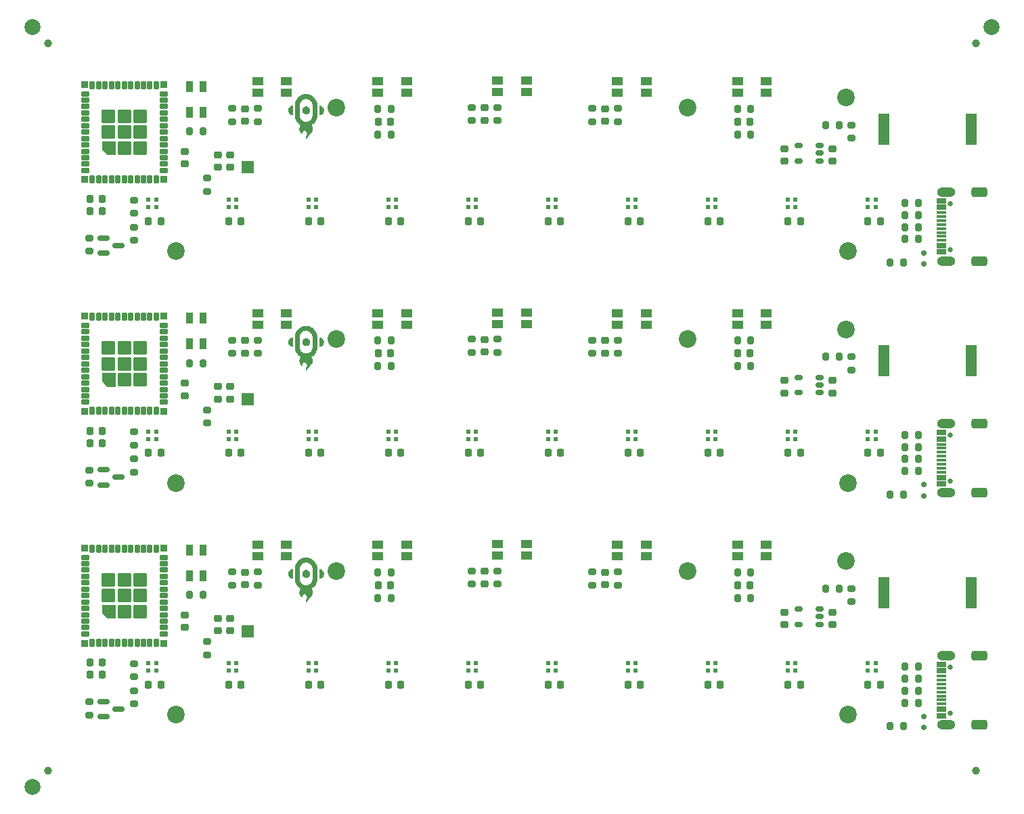
<source format=gbr>
%TF.GenerationSoftware,KiCad,Pcbnew,9.0.1*%
%TF.CreationDate,2025-12-04T09:13:59-06:00*%
%TF.ProjectId,focus_bar_panel_v1,666f6375-735f-4626-9172-5f70616e656c,rev?*%
%TF.SameCoordinates,Original*%
%TF.FileFunction,Soldermask,Top*%
%TF.FilePolarity,Negative*%
%FSLAX46Y46*%
G04 Gerber Fmt 4.6, Leading zero omitted, Abs format (unit mm)*
G04 Created by KiCad (PCBNEW 9.0.1) date 2025-12-04 09:13:59*
%MOMM*%
%LPD*%
G01*
G04 APERTURE LIST*
G04 Aperture macros list*
%AMRoundRect*
0 Rectangle with rounded corners*
0 $1 Rounding radius*
0 $2 $3 $4 $5 $6 $7 $8 $9 X,Y pos of 4 corners*
0 Add a 4 corners polygon primitive as box body*
4,1,4,$2,$3,$4,$5,$6,$7,$8,$9,$2,$3,0*
0 Add four circle primitives for the rounded corners*
1,1,$1+$1,$2,$3*
1,1,$1+$1,$4,$5*
1,1,$1+$1,$6,$7*
1,1,$1+$1,$8,$9*
0 Add four rect primitives between the rounded corners*
20,1,$1+$1,$2,$3,$4,$5,0*
20,1,$1+$1,$4,$5,$6,$7,0*
20,1,$1+$1,$6,$7,$8,$9,0*
20,1,$1+$1,$8,$9,$2,$3,0*%
G04 Aperture macros list end*
%ADD10C,0.000000*%
%ADD11C,0.010000*%
%ADD12RoundRect,0.200000X0.200000X0.275000X-0.200000X0.275000X-0.200000X-0.275000X0.200000X-0.275000X0*%
%ADD13RoundRect,0.200000X0.275000X-0.200000X0.275000X0.200000X-0.275000X0.200000X-0.275000X-0.200000X0*%
%ADD14R,1.400000X1.050000*%
%ADD15RoundRect,0.225000X-0.225000X-0.250000X0.225000X-0.250000X0.225000X0.250000X-0.225000X0.250000X0*%
%ADD16RoundRect,0.225000X0.250000X-0.225000X0.250000X0.225000X-0.250000X0.225000X-0.250000X-0.225000X0*%
%ADD17R,0.558800X0.558800*%
%ADD18C,2.200000*%
%ADD19RoundRect,0.200000X-0.200000X-0.275000X0.200000X-0.275000X0.200000X0.275000X-0.200000X0.275000X0*%
%ADD20R,0.812800X1.422400*%
%ADD21C,2.000000*%
%ADD22RoundRect,0.225000X-0.250000X0.225000X-0.250000X-0.225000X0.250000X-0.225000X0.250000X0.225000X0*%
%ADD23RoundRect,0.150000X0.200000X-0.150000X0.200000X0.150000X-0.200000X0.150000X-0.200000X-0.150000X0*%
%ADD24RoundRect,0.225000X0.225000X0.250000X-0.225000X0.250000X-0.225000X-0.250000X0.225000X-0.250000X0*%
%ADD25C,1.000000*%
%ADD26RoundRect,0.102000X0.200000X-0.400000X0.200000X0.400000X-0.200000X0.400000X-0.200000X-0.400000X0*%
%ADD27RoundRect,0.102000X0.400000X-0.200000X0.400000X0.200000X-0.400000X0.200000X-0.400000X-0.200000X0*%
%ADD28RoundRect,0.102000X0.725000X-0.725000X0.725000X0.725000X-0.725000X0.725000X-0.725000X-0.725000X0*%
%ADD29RoundRect,0.102000X0.350000X-0.350000X0.350000X0.350000X-0.350000X0.350000X-0.350000X-0.350000X0*%
%ADD30C,0.650000*%
%ADD31RoundRect,0.025400X0.575000X-0.300000X0.575000X0.300000X-0.575000X0.300000X-0.575000X-0.300000X0*%
%ADD32RoundRect,0.025400X0.575000X-0.150000X0.575000X0.150000X-0.575000X0.150000X-0.575000X-0.150000X0*%
%ADD33O,2.304000X1.204000*%
%ADD34RoundRect,0.301000X0.701000X-0.301000X0.701000X0.301000X-0.701000X0.301000X-0.701000X-0.301000X0*%
%ADD35RoundRect,0.200000X-0.275000X0.200000X-0.275000X-0.200000X0.275000X-0.200000X0.275000X0.200000X0*%
%ADD36R,1.450000X4.000000*%
%ADD37RoundRect,0.175000X0.325000X-0.175000X0.325000X0.175000X-0.325000X0.175000X-0.325000X-0.175000X0*%
%ADD38RoundRect,0.150000X-0.587500X-0.150000X0.587500X-0.150000X0.587500X0.150000X-0.587500X0.150000X0*%
%ADD39R,1.500000X1.500000*%
G04 APERTURE END LIST*
D10*
%TO.C,G\u002A\u002A\u002A*%
G36*
X121104666Y-59972975D02*
G01*
X121069034Y-59972270D01*
X121041777Y-59970275D01*
X121008459Y-59965856D01*
X120984643Y-59961602D01*
X120893158Y-59935534D01*
X120808784Y-59896517D01*
X120732413Y-59845254D01*
X120664932Y-59782446D01*
X120607232Y-59708796D01*
X120561251Y-59627241D01*
X120535493Y-59565078D01*
X120518607Y-59504556D01*
X120508896Y-59438976D01*
X120506811Y-59412570D01*
X120508122Y-59319139D01*
X120523703Y-59228446D01*
X120552883Y-59141882D01*
X120594990Y-59060836D01*
X120649353Y-58986698D01*
X120715299Y-58920859D01*
X120761915Y-58884671D01*
X120823754Y-58847314D01*
X120891666Y-58816866D01*
X120961463Y-58794766D01*
X121028953Y-58782457D01*
X121065284Y-58780371D01*
X121104666Y-58780240D01*
X121104666Y-59972975D01*
G37*
G36*
X124422194Y-58780293D02*
G01*
X124458240Y-58783172D01*
X124502430Y-58790874D01*
X124549202Y-58802112D01*
X124592996Y-58815603D01*
X124619108Y-58825789D01*
X124658589Y-58845803D01*
X124702847Y-58872361D01*
X124746024Y-58901675D01*
X124782260Y-58929956D01*
X124787991Y-58935003D01*
X124847102Y-58998190D01*
X124896489Y-59071079D01*
X124935269Y-59151248D01*
X124962556Y-59236278D01*
X124977468Y-59323748D01*
X124979121Y-59411236D01*
X124975499Y-59448523D01*
X124955814Y-59541426D01*
X124923122Y-59628174D01*
X124878417Y-59707692D01*
X124822694Y-59778907D01*
X124756946Y-59840746D01*
X124682168Y-59892135D01*
X124599353Y-59932000D01*
X124509497Y-59959269D01*
X124500804Y-59961129D01*
X124468401Y-59966995D01*
X124437360Y-59971232D01*
X124414115Y-59972969D01*
X124413134Y-59972975D01*
X124382812Y-59972975D01*
X124382812Y-58780240D01*
X124422194Y-58780293D01*
G37*
G36*
X122743739Y-58889485D02*
G01*
X122787013Y-58889890D01*
X122819083Y-58891055D01*
X122843747Y-58893489D01*
X122864804Y-58897700D01*
X122886050Y-58904196D01*
X122904863Y-58911050D01*
X122981955Y-58947591D01*
X123051464Y-58995543D01*
X123111911Y-59053350D01*
X123161811Y-59119453D01*
X123199683Y-59192295D01*
X123215794Y-59237830D01*
X123229601Y-59307178D01*
X123232964Y-59382204D01*
X123226195Y-59458127D01*
X123209606Y-59530165D01*
X123193993Y-59571991D01*
X123153380Y-59646057D01*
X123101966Y-59710809D01*
X123041293Y-59765463D01*
X122972902Y-59809234D01*
X122898336Y-59841339D01*
X122819134Y-59860993D01*
X122736839Y-59867414D01*
X122652991Y-59859817D01*
X122634968Y-59856289D01*
X122561879Y-59833239D01*
X122491938Y-59797127D01*
X122427248Y-59749861D01*
X122369912Y-59693346D01*
X122322035Y-59629488D01*
X122285719Y-59560192D01*
X122274265Y-59529456D01*
X122266536Y-59503774D01*
X122261343Y-59479902D01*
X122258219Y-59453751D01*
X122256695Y-59421228D01*
X122256300Y-59378243D01*
X122256305Y-59372857D01*
X122256670Y-59329780D01*
X122257945Y-59297729D01*
X122260642Y-59272734D01*
X122265271Y-59250822D01*
X122272343Y-59228022D01*
X122276403Y-59216567D01*
X122305601Y-59148892D01*
X122341790Y-59090412D01*
X122388376Y-59035754D01*
X122395577Y-59028445D01*
X122449816Y-58980454D01*
X122507171Y-58943151D01*
X122572998Y-58913140D01*
X122583698Y-58909143D01*
X122607362Y-58900981D01*
X122628196Y-58895398D01*
X122649984Y-58891929D01*
X122676511Y-58890109D01*
X122711561Y-58889472D01*
X122743739Y-58889485D01*
G37*
G36*
X122775381Y-57348487D02*
G01*
X122856061Y-57351893D01*
X122931936Y-57358501D01*
X122998366Y-57368198D01*
X123006291Y-57369724D01*
X123146729Y-57405131D01*
X123281536Y-57453954D01*
X123409844Y-57515535D01*
X123530783Y-57589215D01*
X123643483Y-57674335D01*
X123747076Y-57770237D01*
X123840693Y-57876262D01*
X123923464Y-57991752D01*
X123994520Y-58116047D01*
X123996555Y-58120092D01*
X124045524Y-58227485D01*
X124083228Y-58332555D01*
X124101256Y-58396676D01*
X124108421Y-58424975D01*
X124114749Y-58450610D01*
X124120297Y-58474665D01*
X124125121Y-58498225D01*
X124129278Y-58522374D01*
X124132825Y-58548196D01*
X124135819Y-58576776D01*
X124138317Y-58609198D01*
X124140375Y-58646547D01*
X124142050Y-58689906D01*
X124143399Y-58740360D01*
X124144479Y-58798994D01*
X124145346Y-58866891D01*
X124146058Y-58945136D01*
X124146670Y-59034814D01*
X124147241Y-59137009D01*
X124147826Y-59252804D01*
X124148008Y-59289414D01*
X124148638Y-59426921D01*
X124149042Y-59550432D01*
X124149159Y-59660953D01*
X124148926Y-59759492D01*
X124148283Y-59847054D01*
X124147166Y-59924646D01*
X124145514Y-59993274D01*
X124143266Y-60053944D01*
X124140360Y-60107663D01*
X124136734Y-60155438D01*
X124132325Y-60198273D01*
X124127073Y-60237177D01*
X124120916Y-60273155D01*
X124113791Y-60307214D01*
X124105638Y-60340359D01*
X124096393Y-60373598D01*
X124085996Y-60407936D01*
X124077730Y-60434004D01*
X124029257Y-60561225D01*
X123967369Y-60684379D01*
X123893306Y-60801887D01*
X123808312Y-60912170D01*
X123713629Y-61013648D01*
X123610501Y-61104741D01*
X123500169Y-61183869D01*
X123475953Y-61198969D01*
X123430845Y-61226370D01*
X123460791Y-61265429D01*
X123488621Y-61306914D01*
X123516719Y-61357801D01*
X123542516Y-61412760D01*
X123563444Y-61466458D01*
X123573581Y-61499526D01*
X123584335Y-61556278D01*
X123589907Y-61621416D01*
X123590225Y-61689216D01*
X123585216Y-61753957D01*
X123577354Y-61799585D01*
X123558546Y-61865401D01*
X123532332Y-61934647D01*
X123501665Y-61999897D01*
X123487636Y-62025230D01*
X123465947Y-62060931D01*
X123442587Y-62096533D01*
X123416404Y-62133485D01*
X123386251Y-62173238D01*
X123350977Y-62217243D01*
X123309432Y-62266950D01*
X123260466Y-62323809D01*
X123202931Y-62389271D01*
X123167002Y-62429709D01*
X123098171Y-62507919D01*
X123039053Y-62577375D01*
X122988487Y-62639659D01*
X122945314Y-62696357D01*
X122908375Y-62749053D01*
X122876511Y-62799333D01*
X122848564Y-62848779D01*
X122823373Y-62898978D01*
X122822728Y-62900342D01*
X122786667Y-62976720D01*
X122763302Y-62939877D01*
X122739602Y-62899404D01*
X122723357Y-62862692D01*
X122713313Y-62825076D01*
X122708216Y-62781890D01*
X122706812Y-62729768D01*
X122708209Y-62677394D01*
X122713290Y-62633086D01*
X122723307Y-62592535D01*
X122739509Y-62551435D01*
X122763147Y-62505475D01*
X122780863Y-62474718D01*
X122814350Y-62412505D01*
X122836728Y-62356884D01*
X122848664Y-62305153D01*
X122850827Y-62254610D01*
X122845777Y-62212166D01*
X122826215Y-62145412D01*
X122793880Y-62083852D01*
X122750474Y-62029759D01*
X122697698Y-61985405D01*
X122659047Y-61962811D01*
X122630157Y-61949097D01*
X122607702Y-61940732D01*
X122585879Y-61936405D01*
X122558886Y-61934807D01*
X122534087Y-61934611D01*
X122497860Y-61935335D01*
X122471609Y-61938076D01*
X122450352Y-61943690D01*
X122430327Y-61952422D01*
X122386012Y-61980145D01*
X122345504Y-62016047D01*
X122313129Y-62055953D01*
X122300507Y-62077785D01*
X122283720Y-62127308D01*
X122276966Y-62183870D01*
X122280073Y-62243516D01*
X122292866Y-62302289D01*
X122312486Y-62351103D01*
X122320018Y-62368933D01*
X122321447Y-62379560D01*
X122319719Y-62380949D01*
X122307677Y-62376415D01*
X122286864Y-62364100D01*
X122259942Y-62345934D01*
X122229577Y-62323848D01*
X122198432Y-62299771D01*
X122169173Y-62275634D01*
X122147136Y-62255911D01*
X122074519Y-62177435D01*
X122013983Y-62090994D01*
X121966035Y-61997950D01*
X121931184Y-61899661D01*
X121909937Y-61797488D01*
X121902802Y-61692789D01*
X121907038Y-61613238D01*
X121922679Y-61512780D01*
X121947658Y-61422202D01*
X121982803Y-61339027D01*
X122021235Y-61272382D01*
X122035551Y-61249589D01*
X122045458Y-61232245D01*
X122049141Y-61223564D01*
X122049004Y-61223170D01*
X122041597Y-61218434D01*
X122025104Y-61208133D01*
X122004844Y-61195579D01*
X121886278Y-61113689D01*
X121777754Y-61021065D01*
X121679828Y-60918597D01*
X121593054Y-60807174D01*
X121517989Y-60687688D01*
X121455188Y-60561027D01*
X121405207Y-60428081D01*
X121368601Y-60289739D01*
X121345926Y-60146893D01*
X121345111Y-60139088D01*
X121343726Y-60117582D01*
X121342471Y-60082508D01*
X121341348Y-60035219D01*
X121340357Y-59977063D01*
X121339496Y-59909391D01*
X121338767Y-59833554D01*
X121338169Y-59750902D01*
X121337702Y-59662785D01*
X121337367Y-59570554D01*
X121337162Y-59475559D01*
X121337089Y-59379151D01*
X121337146Y-59282679D01*
X121337335Y-59187494D01*
X121337654Y-59094947D01*
X121337903Y-59046029D01*
X121945339Y-59046029D01*
X121945432Y-59139680D01*
X121945698Y-59245947D01*
X121946093Y-59365825D01*
X121946278Y-59417866D01*
X121948786Y-60119254D01*
X121969284Y-60194269D01*
X122005429Y-60299810D01*
X122053710Y-60397662D01*
X122113325Y-60486942D01*
X122183473Y-60566767D01*
X122263354Y-60636255D01*
X122352166Y-60694525D01*
X122449109Y-60740694D01*
X122473862Y-60750006D01*
X122577472Y-60779625D01*
X122682744Y-60795370D01*
X122787637Y-60797054D01*
X122875908Y-60787127D01*
X122981140Y-60761178D01*
X123081386Y-60721360D01*
X123175359Y-60668344D01*
X123261771Y-60602800D01*
X123302442Y-60564840D01*
X123375526Y-60481488D01*
X123435613Y-60390819D01*
X123482396Y-60293472D01*
X123515566Y-60190089D01*
X123534627Y-60082989D01*
X123536098Y-60061883D01*
X123537422Y-60027193D01*
X123538601Y-59980336D01*
X123539634Y-59922731D01*
X123540521Y-59855794D01*
X123541262Y-59780944D01*
X123541857Y-59699598D01*
X123542307Y-59613175D01*
X123542610Y-59523091D01*
X123542768Y-59430766D01*
X123542780Y-59337615D01*
X123542646Y-59245059D01*
X123542366Y-59154513D01*
X123541941Y-59067396D01*
X123541369Y-58985126D01*
X123540652Y-58909120D01*
X123539788Y-58840797D01*
X123538779Y-58781573D01*
X123537624Y-58732868D01*
X123536324Y-58696098D01*
X123534877Y-58672681D01*
X123534627Y-58670226D01*
X123515576Y-58563226D01*
X123483503Y-58462026D01*
X123439367Y-58367496D01*
X123384122Y-58280501D01*
X123318726Y-58201912D01*
X123244136Y-58132594D01*
X123161307Y-58073416D01*
X123071196Y-58025245D01*
X122974759Y-57988950D01*
X122872953Y-57965397D01*
X122766735Y-57955455D01*
X122746443Y-57955176D01*
X122635442Y-57961910D01*
X122530375Y-57982415D01*
X122431062Y-58016764D01*
X122337323Y-58065029D01*
X122248978Y-58127281D01*
X122195189Y-58174491D01*
X122123911Y-58250496D01*
X122065777Y-58331327D01*
X122019078Y-58419676D01*
X121987104Y-58502686D01*
X121980109Y-58524131D01*
X121973909Y-58544270D01*
X121968459Y-58564098D01*
X121963716Y-58584608D01*
X121959633Y-58606795D01*
X121956168Y-58631654D01*
X121953275Y-58660178D01*
X121950911Y-58693363D01*
X121949031Y-58732203D01*
X121947591Y-58777692D01*
X121946546Y-58830825D01*
X121945852Y-58892595D01*
X121945464Y-58963999D01*
X121945339Y-59046029D01*
X121337903Y-59046029D01*
X121338105Y-59006387D01*
X121338686Y-58923166D01*
X121339398Y-58846633D01*
X121340241Y-58778139D01*
X121341215Y-58719035D01*
X121342320Y-58670669D01*
X121343555Y-58634394D01*
X121344921Y-58611559D01*
X121345147Y-58609286D01*
X121367208Y-58467279D01*
X121401854Y-58332505D01*
X121449539Y-58203369D01*
X121479174Y-58138864D01*
X121549939Y-58011188D01*
X121631996Y-57892888D01*
X121724565Y-57784534D01*
X121826862Y-57686695D01*
X121938107Y-57599941D01*
X122057515Y-57524840D01*
X122184306Y-57461963D01*
X122317698Y-57411878D01*
X122456907Y-57375156D01*
X122550918Y-57358611D01*
X122618168Y-57351733D01*
X122694536Y-57348396D01*
X122775381Y-57348487D01*
G37*
D11*
%TO.C,U7*%
X98850000Y-64900500D02*
X97850000Y-64900500D01*
X97200000Y-64250500D01*
X97200000Y-63250500D01*
X98850000Y-63250500D01*
X98850000Y-64900500D01*
G36*
X98850000Y-64900500D02*
G01*
X97850000Y-64900500D01*
X97200000Y-64250500D01*
X97200000Y-63250500D01*
X98850000Y-63250500D01*
X98850000Y-64900500D01*
G37*
D10*
%TO.C,G\u002A\u002A\u002A*%
G36*
X121104666Y-30972975D02*
G01*
X121069034Y-30972270D01*
X121041777Y-30970275D01*
X121008459Y-30965856D01*
X120984643Y-30961602D01*
X120893158Y-30935534D01*
X120808784Y-30896517D01*
X120732413Y-30845254D01*
X120664932Y-30782446D01*
X120607232Y-30708796D01*
X120561251Y-30627241D01*
X120535493Y-30565078D01*
X120518607Y-30504556D01*
X120508896Y-30438976D01*
X120506811Y-30412570D01*
X120508122Y-30319139D01*
X120523703Y-30228446D01*
X120552883Y-30141882D01*
X120594990Y-30060836D01*
X120649353Y-29986698D01*
X120715299Y-29920859D01*
X120761915Y-29884671D01*
X120823754Y-29847314D01*
X120891666Y-29816866D01*
X120961463Y-29794766D01*
X121028953Y-29782457D01*
X121065284Y-29780371D01*
X121104666Y-29780240D01*
X121104666Y-30972975D01*
G37*
G36*
X124422194Y-29780293D02*
G01*
X124458240Y-29783172D01*
X124502430Y-29790874D01*
X124549202Y-29802112D01*
X124592996Y-29815603D01*
X124619108Y-29825789D01*
X124658589Y-29845803D01*
X124702847Y-29872361D01*
X124746024Y-29901675D01*
X124782260Y-29929956D01*
X124787991Y-29935003D01*
X124847102Y-29998190D01*
X124896489Y-30071079D01*
X124935269Y-30151248D01*
X124962556Y-30236278D01*
X124977468Y-30323748D01*
X124979121Y-30411236D01*
X124975499Y-30448523D01*
X124955814Y-30541426D01*
X124923122Y-30628174D01*
X124878417Y-30707692D01*
X124822694Y-30778907D01*
X124756946Y-30840746D01*
X124682168Y-30892135D01*
X124599353Y-30932000D01*
X124509497Y-30959269D01*
X124500804Y-30961129D01*
X124468401Y-30966995D01*
X124437360Y-30971232D01*
X124414115Y-30972969D01*
X124413134Y-30972975D01*
X124382812Y-30972975D01*
X124382812Y-29780240D01*
X124422194Y-29780293D01*
G37*
G36*
X122743739Y-29889485D02*
G01*
X122787013Y-29889890D01*
X122819083Y-29891055D01*
X122843747Y-29893489D01*
X122864804Y-29897700D01*
X122886050Y-29904196D01*
X122904863Y-29911050D01*
X122981955Y-29947591D01*
X123051464Y-29995543D01*
X123111911Y-30053350D01*
X123161811Y-30119453D01*
X123199683Y-30192295D01*
X123215794Y-30237830D01*
X123229601Y-30307178D01*
X123232964Y-30382204D01*
X123226195Y-30458127D01*
X123209606Y-30530165D01*
X123193993Y-30571991D01*
X123153380Y-30646057D01*
X123101966Y-30710809D01*
X123041293Y-30765463D01*
X122972902Y-30809234D01*
X122898336Y-30841339D01*
X122819134Y-30860993D01*
X122736839Y-30867414D01*
X122652991Y-30859817D01*
X122634968Y-30856289D01*
X122561879Y-30833239D01*
X122491938Y-30797127D01*
X122427248Y-30749861D01*
X122369912Y-30693346D01*
X122322035Y-30629488D01*
X122285719Y-30560192D01*
X122274265Y-30529456D01*
X122266536Y-30503774D01*
X122261343Y-30479902D01*
X122258219Y-30453751D01*
X122256695Y-30421228D01*
X122256300Y-30378243D01*
X122256305Y-30372857D01*
X122256670Y-30329780D01*
X122257945Y-30297729D01*
X122260642Y-30272734D01*
X122265271Y-30250822D01*
X122272343Y-30228022D01*
X122276403Y-30216567D01*
X122305601Y-30148892D01*
X122341790Y-30090412D01*
X122388376Y-30035754D01*
X122395577Y-30028445D01*
X122449816Y-29980454D01*
X122507171Y-29943151D01*
X122572998Y-29913140D01*
X122583698Y-29909143D01*
X122607362Y-29900981D01*
X122628196Y-29895398D01*
X122649984Y-29891929D01*
X122676511Y-29890109D01*
X122711561Y-29889472D01*
X122743739Y-29889485D01*
G37*
G36*
X122775381Y-28348487D02*
G01*
X122856061Y-28351893D01*
X122931936Y-28358501D01*
X122998366Y-28368198D01*
X123006291Y-28369724D01*
X123146729Y-28405131D01*
X123281536Y-28453954D01*
X123409844Y-28515535D01*
X123530783Y-28589215D01*
X123643483Y-28674335D01*
X123747076Y-28770237D01*
X123840693Y-28876262D01*
X123923464Y-28991752D01*
X123994520Y-29116047D01*
X123996555Y-29120092D01*
X124045524Y-29227485D01*
X124083228Y-29332555D01*
X124101256Y-29396676D01*
X124108421Y-29424975D01*
X124114749Y-29450610D01*
X124120297Y-29474665D01*
X124125121Y-29498225D01*
X124129278Y-29522374D01*
X124132825Y-29548196D01*
X124135819Y-29576776D01*
X124138317Y-29609198D01*
X124140375Y-29646547D01*
X124142050Y-29689906D01*
X124143399Y-29740360D01*
X124144479Y-29798994D01*
X124145346Y-29866891D01*
X124146058Y-29945136D01*
X124146670Y-30034814D01*
X124147241Y-30137009D01*
X124147826Y-30252804D01*
X124148008Y-30289414D01*
X124148638Y-30426921D01*
X124149042Y-30550432D01*
X124149159Y-30660953D01*
X124148926Y-30759492D01*
X124148283Y-30847054D01*
X124147166Y-30924646D01*
X124145514Y-30993274D01*
X124143266Y-31053944D01*
X124140360Y-31107663D01*
X124136734Y-31155438D01*
X124132325Y-31198273D01*
X124127073Y-31237177D01*
X124120916Y-31273155D01*
X124113791Y-31307214D01*
X124105638Y-31340359D01*
X124096393Y-31373598D01*
X124085996Y-31407936D01*
X124077730Y-31434004D01*
X124029257Y-31561225D01*
X123967369Y-31684379D01*
X123893306Y-31801887D01*
X123808312Y-31912170D01*
X123713629Y-32013648D01*
X123610501Y-32104741D01*
X123500169Y-32183869D01*
X123475953Y-32198969D01*
X123430845Y-32226370D01*
X123460791Y-32265429D01*
X123488621Y-32306914D01*
X123516719Y-32357801D01*
X123542516Y-32412760D01*
X123563444Y-32466458D01*
X123573581Y-32499526D01*
X123584335Y-32556278D01*
X123589907Y-32621416D01*
X123590225Y-32689216D01*
X123585216Y-32753957D01*
X123577354Y-32799585D01*
X123558546Y-32865401D01*
X123532332Y-32934647D01*
X123501665Y-32999897D01*
X123487636Y-33025230D01*
X123465947Y-33060931D01*
X123442587Y-33096533D01*
X123416404Y-33133485D01*
X123386251Y-33173238D01*
X123350977Y-33217243D01*
X123309432Y-33266950D01*
X123260466Y-33323809D01*
X123202931Y-33389271D01*
X123167002Y-33429709D01*
X123098171Y-33507919D01*
X123039053Y-33577375D01*
X122988487Y-33639659D01*
X122945314Y-33696357D01*
X122908375Y-33749053D01*
X122876511Y-33799333D01*
X122848564Y-33848779D01*
X122823373Y-33898978D01*
X122822728Y-33900342D01*
X122786667Y-33976720D01*
X122763302Y-33939877D01*
X122739602Y-33899404D01*
X122723357Y-33862692D01*
X122713313Y-33825076D01*
X122708216Y-33781890D01*
X122706812Y-33729768D01*
X122708209Y-33677394D01*
X122713290Y-33633086D01*
X122723307Y-33592535D01*
X122739509Y-33551435D01*
X122763147Y-33505475D01*
X122780863Y-33474718D01*
X122814350Y-33412505D01*
X122836728Y-33356884D01*
X122848664Y-33305153D01*
X122850827Y-33254610D01*
X122845777Y-33212166D01*
X122826215Y-33145412D01*
X122793880Y-33083852D01*
X122750474Y-33029759D01*
X122697698Y-32985405D01*
X122659047Y-32962811D01*
X122630157Y-32949097D01*
X122607702Y-32940732D01*
X122585879Y-32936405D01*
X122558886Y-32934807D01*
X122534087Y-32934611D01*
X122497860Y-32935335D01*
X122471609Y-32938076D01*
X122450352Y-32943690D01*
X122430327Y-32952422D01*
X122386012Y-32980145D01*
X122345504Y-33016047D01*
X122313129Y-33055953D01*
X122300507Y-33077785D01*
X122283720Y-33127308D01*
X122276966Y-33183870D01*
X122280073Y-33243516D01*
X122292866Y-33302289D01*
X122312486Y-33351103D01*
X122320018Y-33368933D01*
X122321447Y-33379560D01*
X122319719Y-33380949D01*
X122307677Y-33376415D01*
X122286864Y-33364100D01*
X122259942Y-33345934D01*
X122229577Y-33323848D01*
X122198432Y-33299771D01*
X122169173Y-33275634D01*
X122147136Y-33255911D01*
X122074519Y-33177435D01*
X122013983Y-33090994D01*
X121966035Y-32997950D01*
X121931184Y-32899661D01*
X121909937Y-32797488D01*
X121902802Y-32692789D01*
X121907038Y-32613238D01*
X121922679Y-32512780D01*
X121947658Y-32422202D01*
X121982803Y-32339027D01*
X122021235Y-32272382D01*
X122035551Y-32249589D01*
X122045458Y-32232245D01*
X122049141Y-32223564D01*
X122049004Y-32223170D01*
X122041597Y-32218434D01*
X122025104Y-32208133D01*
X122004844Y-32195579D01*
X121886278Y-32113689D01*
X121777754Y-32021065D01*
X121679828Y-31918597D01*
X121593054Y-31807174D01*
X121517989Y-31687688D01*
X121455188Y-31561027D01*
X121405207Y-31428081D01*
X121368601Y-31289739D01*
X121345926Y-31146893D01*
X121345111Y-31139088D01*
X121343726Y-31117582D01*
X121342471Y-31082508D01*
X121341348Y-31035219D01*
X121340357Y-30977063D01*
X121339496Y-30909391D01*
X121338767Y-30833554D01*
X121338169Y-30750902D01*
X121337702Y-30662785D01*
X121337367Y-30570554D01*
X121337162Y-30475559D01*
X121337089Y-30379151D01*
X121337146Y-30282679D01*
X121337335Y-30187494D01*
X121337654Y-30094947D01*
X121337903Y-30046029D01*
X121945339Y-30046029D01*
X121945432Y-30139680D01*
X121945698Y-30245947D01*
X121946093Y-30365825D01*
X121946278Y-30417866D01*
X121948786Y-31119254D01*
X121969284Y-31194269D01*
X122005429Y-31299810D01*
X122053710Y-31397662D01*
X122113325Y-31486942D01*
X122183473Y-31566767D01*
X122263354Y-31636255D01*
X122352166Y-31694525D01*
X122449109Y-31740694D01*
X122473862Y-31750006D01*
X122577472Y-31779625D01*
X122682744Y-31795370D01*
X122787637Y-31797054D01*
X122875908Y-31787127D01*
X122981140Y-31761178D01*
X123081386Y-31721360D01*
X123175359Y-31668344D01*
X123261771Y-31602800D01*
X123302442Y-31564840D01*
X123375526Y-31481488D01*
X123435613Y-31390819D01*
X123482396Y-31293472D01*
X123515566Y-31190089D01*
X123534627Y-31082989D01*
X123536098Y-31061883D01*
X123537422Y-31027193D01*
X123538601Y-30980336D01*
X123539634Y-30922731D01*
X123540521Y-30855794D01*
X123541262Y-30780944D01*
X123541857Y-30699598D01*
X123542307Y-30613175D01*
X123542610Y-30523091D01*
X123542768Y-30430766D01*
X123542780Y-30337615D01*
X123542646Y-30245059D01*
X123542366Y-30154513D01*
X123541941Y-30067396D01*
X123541369Y-29985126D01*
X123540652Y-29909120D01*
X123539788Y-29840797D01*
X123538779Y-29781573D01*
X123537624Y-29732868D01*
X123536324Y-29696098D01*
X123534877Y-29672681D01*
X123534627Y-29670226D01*
X123515576Y-29563226D01*
X123483503Y-29462026D01*
X123439367Y-29367496D01*
X123384122Y-29280501D01*
X123318726Y-29201912D01*
X123244136Y-29132594D01*
X123161307Y-29073416D01*
X123071196Y-29025245D01*
X122974759Y-28988950D01*
X122872953Y-28965397D01*
X122766735Y-28955455D01*
X122746443Y-28955176D01*
X122635442Y-28961910D01*
X122530375Y-28982415D01*
X122431062Y-29016764D01*
X122337323Y-29065029D01*
X122248978Y-29127281D01*
X122195189Y-29174491D01*
X122123911Y-29250496D01*
X122065777Y-29331327D01*
X122019078Y-29419676D01*
X121987104Y-29502686D01*
X121980109Y-29524131D01*
X121973909Y-29544270D01*
X121968459Y-29564098D01*
X121963716Y-29584608D01*
X121959633Y-29606795D01*
X121956168Y-29631654D01*
X121953275Y-29660178D01*
X121950911Y-29693363D01*
X121949031Y-29732203D01*
X121947591Y-29777692D01*
X121946546Y-29830825D01*
X121945852Y-29892595D01*
X121945464Y-29963999D01*
X121945339Y-30046029D01*
X121337903Y-30046029D01*
X121338105Y-30006387D01*
X121338686Y-29923166D01*
X121339398Y-29846633D01*
X121340241Y-29778139D01*
X121341215Y-29719035D01*
X121342320Y-29670669D01*
X121343555Y-29634394D01*
X121344921Y-29611559D01*
X121345147Y-29609286D01*
X121367208Y-29467279D01*
X121401854Y-29332505D01*
X121449539Y-29203369D01*
X121479174Y-29138864D01*
X121549939Y-29011188D01*
X121631996Y-28892888D01*
X121724565Y-28784534D01*
X121826862Y-28686695D01*
X121938107Y-28599941D01*
X122057515Y-28524840D01*
X122184306Y-28461963D01*
X122317698Y-28411878D01*
X122456907Y-28375156D01*
X122550918Y-28358611D01*
X122618168Y-28351733D01*
X122694536Y-28348396D01*
X122775381Y-28348487D01*
G37*
G36*
X121104666Y-88972975D02*
G01*
X121069034Y-88972270D01*
X121041777Y-88970275D01*
X121008459Y-88965856D01*
X120984643Y-88961602D01*
X120893158Y-88935534D01*
X120808784Y-88896517D01*
X120732413Y-88845254D01*
X120664932Y-88782446D01*
X120607232Y-88708796D01*
X120561251Y-88627241D01*
X120535493Y-88565078D01*
X120518607Y-88504556D01*
X120508896Y-88438976D01*
X120506811Y-88412570D01*
X120508122Y-88319139D01*
X120523703Y-88228446D01*
X120552883Y-88141882D01*
X120594990Y-88060836D01*
X120649353Y-87986698D01*
X120715299Y-87920859D01*
X120761915Y-87884671D01*
X120823754Y-87847314D01*
X120891666Y-87816866D01*
X120961463Y-87794766D01*
X121028953Y-87782457D01*
X121065284Y-87780371D01*
X121104666Y-87780240D01*
X121104666Y-88972975D01*
G37*
G36*
X124422194Y-87780293D02*
G01*
X124458240Y-87783172D01*
X124502430Y-87790874D01*
X124549202Y-87802112D01*
X124592996Y-87815603D01*
X124619108Y-87825789D01*
X124658589Y-87845803D01*
X124702847Y-87872361D01*
X124746024Y-87901675D01*
X124782260Y-87929956D01*
X124787991Y-87935003D01*
X124847102Y-87998190D01*
X124896489Y-88071079D01*
X124935269Y-88151248D01*
X124962556Y-88236278D01*
X124977468Y-88323748D01*
X124979121Y-88411236D01*
X124975499Y-88448523D01*
X124955814Y-88541426D01*
X124923122Y-88628174D01*
X124878417Y-88707692D01*
X124822694Y-88778907D01*
X124756946Y-88840746D01*
X124682168Y-88892135D01*
X124599353Y-88932000D01*
X124509497Y-88959269D01*
X124500804Y-88961129D01*
X124468401Y-88966995D01*
X124437360Y-88971232D01*
X124414115Y-88972969D01*
X124413134Y-88972975D01*
X124382812Y-88972975D01*
X124382812Y-87780240D01*
X124422194Y-87780293D01*
G37*
G36*
X122743739Y-87889485D02*
G01*
X122787013Y-87889890D01*
X122819083Y-87891055D01*
X122843747Y-87893489D01*
X122864804Y-87897700D01*
X122886050Y-87904196D01*
X122904863Y-87911050D01*
X122981955Y-87947591D01*
X123051464Y-87995543D01*
X123111911Y-88053350D01*
X123161811Y-88119453D01*
X123199683Y-88192295D01*
X123215794Y-88237830D01*
X123229601Y-88307178D01*
X123232964Y-88382204D01*
X123226195Y-88458127D01*
X123209606Y-88530165D01*
X123193993Y-88571991D01*
X123153380Y-88646057D01*
X123101966Y-88710809D01*
X123041293Y-88765463D01*
X122972902Y-88809234D01*
X122898336Y-88841339D01*
X122819134Y-88860993D01*
X122736839Y-88867414D01*
X122652991Y-88859817D01*
X122634968Y-88856289D01*
X122561879Y-88833239D01*
X122491938Y-88797127D01*
X122427248Y-88749861D01*
X122369912Y-88693346D01*
X122322035Y-88629488D01*
X122285719Y-88560192D01*
X122274265Y-88529456D01*
X122266536Y-88503774D01*
X122261343Y-88479902D01*
X122258219Y-88453751D01*
X122256695Y-88421228D01*
X122256300Y-88378243D01*
X122256305Y-88372857D01*
X122256670Y-88329780D01*
X122257945Y-88297729D01*
X122260642Y-88272734D01*
X122265271Y-88250822D01*
X122272343Y-88228022D01*
X122276403Y-88216567D01*
X122305601Y-88148892D01*
X122341790Y-88090412D01*
X122388376Y-88035754D01*
X122395577Y-88028445D01*
X122449816Y-87980454D01*
X122507171Y-87943151D01*
X122572998Y-87913140D01*
X122583698Y-87909143D01*
X122607362Y-87900981D01*
X122628196Y-87895398D01*
X122649984Y-87891929D01*
X122676511Y-87890109D01*
X122711561Y-87889472D01*
X122743739Y-87889485D01*
G37*
G36*
X122775381Y-86348487D02*
G01*
X122856061Y-86351893D01*
X122931936Y-86358501D01*
X122998366Y-86368198D01*
X123006291Y-86369724D01*
X123146729Y-86405131D01*
X123281536Y-86453954D01*
X123409844Y-86515535D01*
X123530783Y-86589215D01*
X123643483Y-86674335D01*
X123747076Y-86770237D01*
X123840693Y-86876262D01*
X123923464Y-86991752D01*
X123994520Y-87116047D01*
X123996555Y-87120092D01*
X124045524Y-87227485D01*
X124083228Y-87332555D01*
X124101256Y-87396676D01*
X124108421Y-87424975D01*
X124114749Y-87450610D01*
X124120297Y-87474665D01*
X124125121Y-87498225D01*
X124129278Y-87522374D01*
X124132825Y-87548196D01*
X124135819Y-87576776D01*
X124138317Y-87609198D01*
X124140375Y-87646547D01*
X124142050Y-87689906D01*
X124143399Y-87740360D01*
X124144479Y-87798994D01*
X124145346Y-87866891D01*
X124146058Y-87945136D01*
X124146670Y-88034814D01*
X124147241Y-88137009D01*
X124147826Y-88252804D01*
X124148008Y-88289414D01*
X124148638Y-88426921D01*
X124149042Y-88550432D01*
X124149159Y-88660953D01*
X124148926Y-88759492D01*
X124148283Y-88847054D01*
X124147166Y-88924646D01*
X124145514Y-88993274D01*
X124143266Y-89053944D01*
X124140360Y-89107663D01*
X124136734Y-89155438D01*
X124132325Y-89198273D01*
X124127073Y-89237177D01*
X124120916Y-89273155D01*
X124113791Y-89307214D01*
X124105638Y-89340359D01*
X124096393Y-89373598D01*
X124085996Y-89407936D01*
X124077730Y-89434004D01*
X124029257Y-89561225D01*
X123967369Y-89684379D01*
X123893306Y-89801887D01*
X123808312Y-89912170D01*
X123713629Y-90013648D01*
X123610501Y-90104741D01*
X123500169Y-90183869D01*
X123475953Y-90198969D01*
X123430845Y-90226370D01*
X123460791Y-90265429D01*
X123488621Y-90306914D01*
X123516719Y-90357801D01*
X123542516Y-90412760D01*
X123563444Y-90466458D01*
X123573581Y-90499526D01*
X123584335Y-90556278D01*
X123589907Y-90621416D01*
X123590225Y-90689216D01*
X123585216Y-90753957D01*
X123577354Y-90799585D01*
X123558546Y-90865401D01*
X123532332Y-90934647D01*
X123501665Y-90999897D01*
X123487636Y-91025230D01*
X123465947Y-91060931D01*
X123442587Y-91096533D01*
X123416404Y-91133485D01*
X123386251Y-91173238D01*
X123350977Y-91217243D01*
X123309432Y-91266950D01*
X123260466Y-91323809D01*
X123202931Y-91389271D01*
X123167002Y-91429709D01*
X123098171Y-91507919D01*
X123039053Y-91577375D01*
X122988487Y-91639659D01*
X122945314Y-91696357D01*
X122908375Y-91749053D01*
X122876511Y-91799333D01*
X122848564Y-91848779D01*
X122823373Y-91898978D01*
X122822728Y-91900342D01*
X122786667Y-91976720D01*
X122763302Y-91939877D01*
X122739602Y-91899404D01*
X122723357Y-91862692D01*
X122713313Y-91825076D01*
X122708216Y-91781890D01*
X122706812Y-91729768D01*
X122708209Y-91677394D01*
X122713290Y-91633086D01*
X122723307Y-91592535D01*
X122739509Y-91551435D01*
X122763147Y-91505475D01*
X122780863Y-91474718D01*
X122814350Y-91412505D01*
X122836728Y-91356884D01*
X122848664Y-91305153D01*
X122850827Y-91254610D01*
X122845777Y-91212166D01*
X122826215Y-91145412D01*
X122793880Y-91083852D01*
X122750474Y-91029759D01*
X122697698Y-90985405D01*
X122659047Y-90962811D01*
X122630157Y-90949097D01*
X122607702Y-90940732D01*
X122585879Y-90936405D01*
X122558886Y-90934807D01*
X122534087Y-90934611D01*
X122497860Y-90935335D01*
X122471609Y-90938076D01*
X122450352Y-90943690D01*
X122430327Y-90952422D01*
X122386012Y-90980145D01*
X122345504Y-91016047D01*
X122313129Y-91055953D01*
X122300507Y-91077785D01*
X122283720Y-91127308D01*
X122276966Y-91183870D01*
X122280073Y-91243516D01*
X122292866Y-91302289D01*
X122312486Y-91351103D01*
X122320018Y-91368933D01*
X122321447Y-91379560D01*
X122319719Y-91380949D01*
X122307677Y-91376415D01*
X122286864Y-91364100D01*
X122259942Y-91345934D01*
X122229577Y-91323848D01*
X122198432Y-91299771D01*
X122169173Y-91275634D01*
X122147136Y-91255911D01*
X122074519Y-91177435D01*
X122013983Y-91090994D01*
X121966035Y-90997950D01*
X121931184Y-90899661D01*
X121909937Y-90797488D01*
X121902802Y-90692789D01*
X121907038Y-90613238D01*
X121922679Y-90512780D01*
X121947658Y-90422202D01*
X121982803Y-90339027D01*
X122021235Y-90272382D01*
X122035551Y-90249589D01*
X122045458Y-90232245D01*
X122049141Y-90223564D01*
X122049004Y-90223170D01*
X122041597Y-90218434D01*
X122025104Y-90208133D01*
X122004844Y-90195579D01*
X121886278Y-90113689D01*
X121777754Y-90021065D01*
X121679828Y-89918597D01*
X121593054Y-89807174D01*
X121517989Y-89687688D01*
X121455188Y-89561027D01*
X121405207Y-89428081D01*
X121368601Y-89289739D01*
X121345926Y-89146893D01*
X121345111Y-89139088D01*
X121343726Y-89117582D01*
X121342471Y-89082508D01*
X121341348Y-89035219D01*
X121340357Y-88977063D01*
X121339496Y-88909391D01*
X121338767Y-88833554D01*
X121338169Y-88750902D01*
X121337702Y-88662785D01*
X121337367Y-88570554D01*
X121337162Y-88475559D01*
X121337089Y-88379151D01*
X121337146Y-88282679D01*
X121337335Y-88187494D01*
X121337654Y-88094947D01*
X121337903Y-88046029D01*
X121945339Y-88046029D01*
X121945432Y-88139680D01*
X121945698Y-88245947D01*
X121946093Y-88365825D01*
X121946278Y-88417866D01*
X121948786Y-89119254D01*
X121969284Y-89194269D01*
X122005429Y-89299810D01*
X122053710Y-89397662D01*
X122113325Y-89486942D01*
X122183473Y-89566767D01*
X122263354Y-89636255D01*
X122352166Y-89694525D01*
X122449109Y-89740694D01*
X122473862Y-89750006D01*
X122577472Y-89779625D01*
X122682744Y-89795370D01*
X122787637Y-89797054D01*
X122875908Y-89787127D01*
X122981140Y-89761178D01*
X123081386Y-89721360D01*
X123175359Y-89668344D01*
X123261771Y-89602800D01*
X123302442Y-89564840D01*
X123375526Y-89481488D01*
X123435613Y-89390819D01*
X123482396Y-89293472D01*
X123515566Y-89190089D01*
X123534627Y-89082989D01*
X123536098Y-89061883D01*
X123537422Y-89027193D01*
X123538601Y-88980336D01*
X123539634Y-88922731D01*
X123540521Y-88855794D01*
X123541262Y-88780944D01*
X123541857Y-88699598D01*
X123542307Y-88613175D01*
X123542610Y-88523091D01*
X123542768Y-88430766D01*
X123542780Y-88337615D01*
X123542646Y-88245059D01*
X123542366Y-88154513D01*
X123541941Y-88067396D01*
X123541369Y-87985126D01*
X123540652Y-87909120D01*
X123539788Y-87840797D01*
X123538779Y-87781573D01*
X123537624Y-87732868D01*
X123536324Y-87696098D01*
X123534877Y-87672681D01*
X123534627Y-87670226D01*
X123515576Y-87563226D01*
X123483503Y-87462026D01*
X123439367Y-87367496D01*
X123384122Y-87280501D01*
X123318726Y-87201912D01*
X123244136Y-87132594D01*
X123161307Y-87073416D01*
X123071196Y-87025245D01*
X122974759Y-86988950D01*
X122872953Y-86965397D01*
X122766735Y-86955455D01*
X122746443Y-86955176D01*
X122635442Y-86961910D01*
X122530375Y-86982415D01*
X122431062Y-87016764D01*
X122337323Y-87065029D01*
X122248978Y-87127281D01*
X122195189Y-87174491D01*
X122123911Y-87250496D01*
X122065777Y-87331327D01*
X122019078Y-87419676D01*
X121987104Y-87502686D01*
X121980109Y-87524131D01*
X121973909Y-87544270D01*
X121968459Y-87564098D01*
X121963716Y-87584608D01*
X121959633Y-87606795D01*
X121956168Y-87631654D01*
X121953275Y-87660178D01*
X121950911Y-87693363D01*
X121949031Y-87732203D01*
X121947591Y-87777692D01*
X121946546Y-87830825D01*
X121945852Y-87892595D01*
X121945464Y-87963999D01*
X121945339Y-88046029D01*
X121337903Y-88046029D01*
X121338105Y-88006387D01*
X121338686Y-87923166D01*
X121339398Y-87846633D01*
X121340241Y-87778139D01*
X121341215Y-87719035D01*
X121342320Y-87670669D01*
X121343555Y-87634394D01*
X121344921Y-87611559D01*
X121345147Y-87609286D01*
X121367208Y-87467279D01*
X121401854Y-87332505D01*
X121449539Y-87203369D01*
X121479174Y-87138864D01*
X121549939Y-87011188D01*
X121631996Y-86892888D01*
X121724565Y-86784534D01*
X121826862Y-86686695D01*
X121938107Y-86599941D01*
X122057515Y-86524840D01*
X122184306Y-86461963D01*
X122317698Y-86411878D01*
X122456907Y-86375156D01*
X122550918Y-86358611D01*
X122618168Y-86351733D01*
X122694536Y-86348396D01*
X122775381Y-86348487D01*
G37*
D11*
%TO.C,U7*%
X98850000Y-93900500D02*
X97850000Y-93900500D01*
X97200000Y-93250500D01*
X97200000Y-92250500D01*
X98850000Y-92250500D01*
X98850000Y-93900500D01*
G36*
X98850000Y-93900500D02*
G01*
X97850000Y-93900500D01*
X97200000Y-93250500D01*
X97200000Y-92250500D01*
X98850000Y-92250500D01*
X98850000Y-93900500D01*
G37*
X98850000Y-35900500D02*
X97850000Y-35900500D01*
X97200000Y-35250500D01*
X97200000Y-34250500D01*
X98850000Y-34250500D01*
X98850000Y-35900500D01*
G36*
X98850000Y-35900500D02*
G01*
X97850000Y-35900500D01*
X97200000Y-35250500D01*
X97200000Y-34250500D01*
X98850000Y-34250500D01*
X98850000Y-35900500D01*
G37*
%TD*%
D12*
%TO.C,R22*%
X199325000Y-72500500D03*
X197675000Y-72500500D03*
%TD*%
D13*
%TO.C,R19*%
X113500000Y-31800500D03*
X113500000Y-30150500D03*
%TD*%
D14*
%TO.C,S7*%
X180300000Y-86200500D03*
X176700000Y-86200500D03*
X180300000Y-84750500D03*
X176700000Y-84750500D03*
%TD*%
D15*
%TO.C,C20*%
X173025000Y-73225520D03*
X174575000Y-73225520D03*
%TD*%
D16*
%TO.C,C22*%
X182550000Y-94735500D03*
X182550000Y-93185500D03*
%TD*%
%TO.C,C12*%
X113200000Y-66500500D03*
X113200000Y-64950500D03*
%TD*%
D17*
%TO.C,LED5*%
X143025000Y-41550540D03*
X143025000Y-42500500D03*
X143975000Y-42500500D03*
X143975000Y-41550540D03*
%TD*%
D12*
%TO.C,R16*%
X197465000Y-107460500D03*
X195815000Y-107460500D03*
%TD*%
%TO.C,R18*%
X199325000Y-46500500D03*
X197675000Y-46500500D03*
%TD*%
D13*
%TO.C,R28*%
X161720000Y-60785500D03*
X161720000Y-59135500D03*
%TD*%
D17*
%TO.C,LED8*%
X173025000Y-41550540D03*
X173025000Y-42500500D03*
X173975000Y-42500500D03*
X173975000Y-41550540D03*
%TD*%
%TO.C,LED6*%
X153025000Y-99550540D03*
X153025000Y-100500500D03*
X153975000Y-100500500D03*
X153975000Y-99550540D03*
%TD*%
D18*
%TO.C,REF\u002A\u002A*%
X106500000Y-77000500D03*
%TD*%
D16*
%TO.C,C27*%
X115100000Y-89750500D03*
X115100000Y-88200500D03*
%TD*%
D17*
%TO.C,LED3*%
X123025000Y-99550540D03*
X123025000Y-100500500D03*
X123975000Y-100500500D03*
X123975000Y-99550540D03*
%TD*%
D13*
%TO.C,R1*%
X95600000Y-48025500D03*
X95600000Y-46375500D03*
%TD*%
D16*
%TO.C,C21*%
X188550000Y-65735500D03*
X188550000Y-64185500D03*
%TD*%
D14*
%TO.C,S3*%
X120300000Y-57200500D03*
X116700000Y-57200500D03*
X120300000Y-55750500D03*
X116700000Y-55750500D03*
%TD*%
D12*
%TO.C,R32*%
X189427187Y-90207986D03*
X187777187Y-90207986D03*
%TD*%
D15*
%TO.C,C20*%
X173025000Y-44225520D03*
X174575000Y-44225520D03*
%TD*%
D17*
%TO.C,LED7*%
X163025000Y-70550540D03*
X163025000Y-71500500D03*
X163975000Y-71500500D03*
X163975000Y-70550540D03*
%TD*%
%TO.C,LED2*%
X113025000Y-99550540D03*
X113025000Y-100500500D03*
X113975000Y-100500500D03*
X113975000Y-99550540D03*
%TD*%
D19*
%TO.C,R12*%
X108175000Y-33000500D03*
X109825000Y-33000500D03*
%TD*%
D20*
%TO.C,S2*%
X109825000Y-56400300D03*
X108175000Y-56400300D03*
X108175000Y-59600700D03*
X109825000Y-59600700D03*
%TD*%
D16*
%TO.C,C21*%
X188550000Y-36735500D03*
X188550000Y-35185500D03*
%TD*%
D21*
%TO.C,KiKit_TO_3*%
X88500000Y-115001500D03*
%TD*%
D22*
%TO.C,C13*%
X107600000Y-35525500D03*
X107600000Y-37075500D03*
%TD*%
D15*
%TO.C,C24*%
X123025000Y-73225520D03*
X124575000Y-73225520D03*
%TD*%
%TO.C,C16*%
X103025000Y-73225520D03*
X104575000Y-73225520D03*
%TD*%
D14*
%TO.C,S7*%
X180300000Y-57200500D03*
X176700000Y-57200500D03*
X180300000Y-55750500D03*
X176700000Y-55750500D03*
%TD*%
D12*
%TO.C,R30*%
X178350000Y-30200500D03*
X176700000Y-30200500D03*
%TD*%
D14*
%TO.C,S6*%
X165300000Y-86200500D03*
X161700000Y-86200500D03*
X165300000Y-84750500D03*
X161700000Y-84750500D03*
%TD*%
D17*
%TO.C,LED7*%
X163025000Y-99550540D03*
X163025000Y-100500500D03*
X163975000Y-100500500D03*
X163975000Y-99550540D03*
%TD*%
D23*
%TO.C,D5*%
X199980000Y-77210500D03*
X199980000Y-78610500D03*
%TD*%
D24*
%TO.C,C9*%
X97275000Y-72000500D03*
X95725000Y-72000500D03*
%TD*%
D14*
%TO.C,S3*%
X120300000Y-28200500D03*
X116700000Y-28200500D03*
X120300000Y-26750500D03*
X116700000Y-26750500D03*
%TD*%
D25*
%TO.C,KiKit_FID_T_2*%
X206500000Y-22000000D03*
%TD*%
D16*
%TO.C,C10*%
X111700000Y-66500500D03*
X111700000Y-64950500D03*
%TD*%
D14*
%TO.C,S5*%
X150300000Y-86125500D03*
X146700000Y-86125500D03*
X150300000Y-84675500D03*
X146700000Y-84675500D03*
%TD*%
D15*
%TO.C,C25*%
X143025000Y-73225520D03*
X144575000Y-73225520D03*
%TD*%
D14*
%TO.C,S5*%
X150300000Y-57125500D03*
X146700000Y-57125500D03*
X150300000Y-55675500D03*
X146700000Y-55675500D03*
%TD*%
D17*
%TO.C,LED4*%
X133025000Y-70550540D03*
X133025000Y-71500500D03*
X133975000Y-71500500D03*
X133975000Y-70550540D03*
%TD*%
D15*
%TO.C,C17*%
X113025000Y-102225520D03*
X114575000Y-102225520D03*
%TD*%
D12*
%TO.C,R22*%
X199325000Y-101500500D03*
X197675000Y-101500500D03*
%TD*%
D17*
%TO.C,LED4*%
X133025000Y-99550540D03*
X133025000Y-100500500D03*
X133975000Y-100500500D03*
X133975000Y-99550540D03*
%TD*%
D15*
%TO.C,C28*%
X183025000Y-102225520D03*
X184575000Y-102225520D03*
%TD*%
D26*
%TO.C,U7*%
X96000000Y-68000500D03*
X96800000Y-68000500D03*
X97600000Y-68000500D03*
X98400000Y-68000500D03*
X99200000Y-68000500D03*
X100000000Y-68000500D03*
X100800000Y-68000500D03*
X101600000Y-68000500D03*
X102400000Y-68000500D03*
X103200000Y-68000500D03*
X104000000Y-68000500D03*
D27*
X104900000Y-66900500D03*
X104900000Y-66100500D03*
X104900000Y-65300500D03*
X104900000Y-64500500D03*
X104900000Y-63700500D03*
X104900000Y-62900500D03*
X104900000Y-62100500D03*
X104900000Y-61300500D03*
X104900000Y-60500500D03*
X104900000Y-59700500D03*
X104900000Y-58900500D03*
X104900000Y-58100500D03*
X104900000Y-57300500D03*
D26*
X104000000Y-56200500D03*
X103200000Y-56200500D03*
X102400000Y-56200500D03*
X101600000Y-56200500D03*
X100800000Y-56200500D03*
X100000000Y-56200500D03*
X99200000Y-56200500D03*
X98400000Y-56200500D03*
X97600000Y-56200500D03*
X96800000Y-56200500D03*
X96000000Y-56200500D03*
D27*
X95100000Y-57300500D03*
X95100000Y-58100500D03*
X95100000Y-58900500D03*
X95100000Y-59700500D03*
X95100000Y-60500500D03*
X95100000Y-61300500D03*
X95100000Y-62100500D03*
X95100000Y-62900500D03*
X95100000Y-63700500D03*
X95100000Y-64500500D03*
X95100000Y-65300500D03*
X95100000Y-66100500D03*
X95100000Y-66900500D03*
D28*
X100000000Y-64075500D03*
X101975000Y-64075500D03*
X98025000Y-62100500D03*
X100000000Y-62100500D03*
X101975000Y-62100500D03*
X98025000Y-60125500D03*
X100000000Y-60125500D03*
X101975000Y-60125500D03*
D29*
X95050000Y-56150500D03*
X104950000Y-56150500D03*
X104950000Y-68050500D03*
X95050000Y-68050500D03*
%TD*%
D13*
%TO.C,R26*%
X146645000Y-31665500D03*
X146645000Y-30015500D03*
%TD*%
D17*
%TO.C,LED10*%
X193025000Y-70550540D03*
X193025000Y-71500500D03*
X193975000Y-71500500D03*
X193975000Y-70550540D03*
%TD*%
D15*
%TO.C,C26*%
X163025000Y-102225520D03*
X164575000Y-102225520D03*
%TD*%
D13*
%TO.C,R26*%
X146645000Y-89665500D03*
X146645000Y-88015500D03*
%TD*%
D15*
%TO.C,C25*%
X143025000Y-44225520D03*
X144575000Y-44225520D03*
%TD*%
D13*
%TO.C,R11*%
X110390000Y-98515500D03*
X110390000Y-96865500D03*
%TD*%
D30*
%TO.C,P1*%
X203300000Y-76800500D03*
X203300000Y-71020500D03*
D31*
X202225000Y-77110500D03*
X202225000Y-76310500D03*
D32*
X202225000Y-75160500D03*
X202225000Y-74160500D03*
X202225000Y-73660500D03*
X202225000Y-72660500D03*
D31*
X202225000Y-71510500D03*
X202225000Y-70710500D03*
D32*
X202225000Y-72160500D03*
X202225000Y-73160500D03*
X202225000Y-74660500D03*
X202225000Y-75660500D03*
D33*
X202800000Y-78230500D03*
X202800000Y-69590500D03*
D34*
X206980000Y-78230500D03*
X206980000Y-69590500D03*
%TD*%
D15*
%TO.C,C19*%
X153025000Y-102225520D03*
X154575000Y-102225520D03*
%TD*%
D18*
%TO.C,REF\u002A\u002A*%
X126500000Y-59000500D03*
%TD*%
D15*
%TO.C,C28*%
X183025000Y-73225520D03*
X184575000Y-73225520D03*
%TD*%
D13*
%TO.C,R1*%
X95600000Y-77025500D03*
X95600000Y-75375500D03*
%TD*%
D35*
%TO.C,R31*%
X191002187Y-61207986D03*
X191002187Y-62857986D03*
%TD*%
D14*
%TO.C,S4*%
X135300000Y-57200500D03*
X131700000Y-57200500D03*
X135300000Y-55750500D03*
X131700000Y-55750500D03*
%TD*%
D36*
%TO.C,LS1*%
X205955000Y-61740500D03*
X195005000Y-61740500D03*
%TD*%
D16*
%TO.C,C32*%
X160120000Y-89735500D03*
X160120000Y-88185500D03*
%TD*%
D25*
%TO.C,KiKit_FID_T_1*%
X90500000Y-22000000D03*
%TD*%
D17*
%TO.C,LED5*%
X143025000Y-70550540D03*
X143025000Y-71500500D03*
X143975000Y-71500500D03*
X143975000Y-70550540D03*
%TD*%
D13*
%TO.C,R26*%
X146645000Y-60665500D03*
X146645000Y-59015500D03*
%TD*%
D15*
%TO.C,C18*%
X133025000Y-44225520D03*
X134575000Y-44225520D03*
%TD*%
D14*
%TO.C,S6*%
X165300000Y-57200500D03*
X161700000Y-57200500D03*
X165300000Y-55750500D03*
X161700000Y-55750500D03*
%TD*%
D24*
%TO.C,C30*%
X133300000Y-60800500D03*
X131750000Y-60800500D03*
%TD*%
%TO.C,C33*%
X178300000Y-31800500D03*
X176750000Y-31800500D03*
%TD*%
D17*
%TO.C,LED10*%
X193025000Y-41550540D03*
X193025000Y-42500500D03*
X193975000Y-42500500D03*
X193975000Y-41550540D03*
%TD*%
D18*
%TO.C,REF\u002A\u002A*%
X190270000Y-57770500D03*
%TD*%
%TO.C,REF\u002A\u002A*%
X190500000Y-48000500D03*
%TD*%
D35*
%TO.C,R4*%
X101200000Y-103000520D03*
X101200000Y-104650520D03*
%TD*%
D13*
%TO.C,R5*%
X101200000Y-72250520D03*
X101200000Y-70600520D03*
%TD*%
D15*
%TO.C,C17*%
X113025000Y-44225520D03*
X114575000Y-44225520D03*
%TD*%
D37*
%TO.C,U6*%
X186965000Y-36685500D03*
X186965000Y-35735500D03*
X186965000Y-34785500D03*
X184365000Y-34785500D03*
X184365000Y-36685500D03*
%TD*%
D12*
%TO.C,R17*%
X199325000Y-42000500D03*
X197675000Y-42000500D03*
%TD*%
D15*
%TO.C,C17*%
X113025000Y-73225520D03*
X114575000Y-73225520D03*
%TD*%
D13*
%TO.C,R5*%
X101200000Y-101250520D03*
X101200000Y-99600520D03*
%TD*%
D12*
%TO.C,R32*%
X189427187Y-32207986D03*
X187777187Y-32207986D03*
%TD*%
D13*
%TO.C,R25*%
X143445000Y-89665500D03*
X143445000Y-88015500D03*
%TD*%
D25*
%TO.C,KiKit_FID_T_4*%
X206500000Y-113001500D03*
%TD*%
D17*
%TO.C,LED1*%
X103025000Y-41550540D03*
X103025000Y-42500500D03*
X103975000Y-42500500D03*
X103975000Y-41550540D03*
%TD*%
%TO.C,LED6*%
X153025000Y-41550540D03*
X153025000Y-42500500D03*
X153975000Y-42500500D03*
X153975000Y-41550540D03*
%TD*%
D16*
%TO.C,C10*%
X111700000Y-37500500D03*
X111700000Y-35950500D03*
%TD*%
D24*
%TO.C,C11*%
X97275000Y-99500500D03*
X95725000Y-99500500D03*
%TD*%
D19*
%TO.C,R21*%
X197675000Y-103000500D03*
X199325000Y-103000500D03*
%TD*%
D25*
%TO.C,KiKit_FID_T_3*%
X90500000Y-113001500D03*
%TD*%
D36*
%TO.C,LS1*%
X205955000Y-32740500D03*
X195005000Y-32740500D03*
%TD*%
D17*
%TO.C,LED3*%
X123025000Y-41550540D03*
X123025000Y-42500500D03*
X123975000Y-42500500D03*
X123975000Y-41550540D03*
%TD*%
D15*
%TO.C,C24*%
X123025000Y-102225520D03*
X124575000Y-102225520D03*
%TD*%
D17*
%TO.C,LED1*%
X103025000Y-70550540D03*
X103025000Y-71500500D03*
X103975000Y-71500500D03*
X103975000Y-70550540D03*
%TD*%
D18*
%TO.C,REF\u002A\u002A*%
X170500000Y-88000500D03*
%TD*%
D13*
%TO.C,R1*%
X95600000Y-106025500D03*
X95600000Y-104375500D03*
%TD*%
D30*
%TO.C,P1*%
X203300000Y-105800500D03*
X203300000Y-100020500D03*
D31*
X202225000Y-106110500D03*
X202225000Y-105310500D03*
D32*
X202225000Y-104160500D03*
X202225000Y-103160500D03*
X202225000Y-102660500D03*
X202225000Y-101660500D03*
D31*
X202225000Y-100510500D03*
X202225000Y-99710500D03*
D32*
X202225000Y-101160500D03*
X202225000Y-102160500D03*
X202225000Y-103660500D03*
X202225000Y-104660500D03*
D33*
X202800000Y-107230500D03*
X202800000Y-98590500D03*
D34*
X206980000Y-107230500D03*
X206980000Y-98590500D03*
%TD*%
D16*
%TO.C,C27*%
X115100000Y-60750500D03*
X115100000Y-59200500D03*
%TD*%
D24*
%TO.C,C9*%
X97275000Y-101000500D03*
X95725000Y-101000500D03*
%TD*%
D37*
%TO.C,U6*%
X186965000Y-94685500D03*
X186965000Y-93735500D03*
X186965000Y-92785500D03*
X184365000Y-92785500D03*
X184365000Y-94685500D03*
%TD*%
D16*
%TO.C,C31*%
X145045000Y-60615500D03*
X145045000Y-59065500D03*
%TD*%
D18*
%TO.C,REF\u002A\u002A*%
X170500000Y-59000500D03*
%TD*%
D20*
%TO.C,S2*%
X109825000Y-85400300D03*
X108175000Y-85400300D03*
X108175000Y-88600700D03*
X109825000Y-88600700D03*
%TD*%
D13*
%TO.C,R28*%
X161720000Y-31785500D03*
X161720000Y-30135500D03*
%TD*%
D35*
%TO.C,R4*%
X101200000Y-74000520D03*
X101200000Y-75650520D03*
%TD*%
D14*
%TO.C,S6*%
X165300000Y-28200500D03*
X161700000Y-28200500D03*
X165300000Y-26750500D03*
X161700000Y-26750500D03*
%TD*%
D17*
%TO.C,LED6*%
X153025000Y-70550540D03*
X153025000Y-71500500D03*
X153975000Y-71500500D03*
X153975000Y-70550540D03*
%TD*%
D16*
%TO.C,C31*%
X145045000Y-89615500D03*
X145045000Y-88065500D03*
%TD*%
D18*
%TO.C,REF\u002A\u002A*%
X190500000Y-106000500D03*
%TD*%
D19*
%TO.C,R21*%
X197675000Y-45000500D03*
X199325000Y-45000500D03*
%TD*%
D15*
%TO.C,C26*%
X163025000Y-73225520D03*
X164575000Y-73225520D03*
%TD*%
D18*
%TO.C,REF\u002A\u002A*%
X126500000Y-30000500D03*
%TD*%
D15*
%TO.C,C18*%
X133025000Y-102225520D03*
X134575000Y-102225520D03*
%TD*%
D13*
%TO.C,R25*%
X143445000Y-60665500D03*
X143445000Y-59015500D03*
%TD*%
D12*
%TO.C,R32*%
X189427187Y-61207986D03*
X187777187Y-61207986D03*
%TD*%
D38*
%TO.C,Q1*%
X97425000Y-75350500D03*
X97425000Y-77250500D03*
X99300000Y-76300500D03*
%TD*%
D15*
%TO.C,C29*%
X193025000Y-102225520D03*
X194575000Y-102225520D03*
%TD*%
%TO.C,C26*%
X163025000Y-44225520D03*
X164575000Y-44225520D03*
%TD*%
D12*
%TO.C,R30*%
X178350000Y-88200500D03*
X176700000Y-88200500D03*
%TD*%
D16*
%TO.C,C32*%
X160120000Y-60735500D03*
X160120000Y-59185500D03*
%TD*%
D13*
%TO.C,R11*%
X110390000Y-40515500D03*
X110390000Y-38865500D03*
%TD*%
%TO.C,R27*%
X158520000Y-31785500D03*
X158520000Y-30135500D03*
%TD*%
D14*
%TO.C,S7*%
X180300000Y-28200500D03*
X176700000Y-28200500D03*
X180300000Y-26750500D03*
X176700000Y-26750500D03*
%TD*%
D16*
%TO.C,C22*%
X182550000Y-65735500D03*
X182550000Y-64185500D03*
%TD*%
D17*
%TO.C,LED8*%
X173025000Y-99550540D03*
X173025000Y-100500500D03*
X173975000Y-100500500D03*
X173975000Y-99550540D03*
%TD*%
D35*
%TO.C,R31*%
X191002187Y-90207986D03*
X191002187Y-91857986D03*
%TD*%
D39*
%TO.C,TP2*%
X115400000Y-66525500D03*
%TD*%
D16*
%TO.C,C31*%
X145045000Y-31615500D03*
X145045000Y-30065500D03*
%TD*%
D38*
%TO.C,Q1*%
X97425000Y-46350500D03*
X97425000Y-48250500D03*
X99300000Y-47300500D03*
%TD*%
D13*
%TO.C,R11*%
X110390000Y-69515500D03*
X110390000Y-67865500D03*
%TD*%
%TO.C,R20*%
X116700000Y-31800500D03*
X116700000Y-30150500D03*
%TD*%
D18*
%TO.C,REF\u002A\u002A*%
X126500000Y-88000500D03*
%TD*%
D17*
%TO.C,LED9*%
X183025000Y-70550540D03*
X183025000Y-71500500D03*
X183975000Y-71500500D03*
X183975000Y-70550540D03*
%TD*%
%TO.C,LED9*%
X183025000Y-99550540D03*
X183025000Y-100500500D03*
X183975000Y-100500500D03*
X183975000Y-99550540D03*
%TD*%
D13*
%TO.C,R27*%
X158520000Y-60785500D03*
X158520000Y-59135500D03*
%TD*%
D12*
%TO.C,R23*%
X133350000Y-91400500D03*
X131700000Y-91400500D03*
%TD*%
D13*
%TO.C,R19*%
X113500000Y-89800500D03*
X113500000Y-88150500D03*
%TD*%
D15*
%TO.C,C25*%
X143025000Y-102225520D03*
X144575000Y-102225520D03*
%TD*%
D20*
%TO.C,S2*%
X109825000Y-27400300D03*
X108175000Y-27400300D03*
X108175000Y-30600700D03*
X109825000Y-30600700D03*
%TD*%
D15*
%TO.C,C29*%
X193025000Y-44225520D03*
X194575000Y-44225520D03*
%TD*%
D38*
%TO.C,Q1*%
X97425000Y-104350500D03*
X97425000Y-106250500D03*
X99300000Y-105300500D03*
%TD*%
D12*
%TO.C,R17*%
X199325000Y-100000500D03*
X197675000Y-100000500D03*
%TD*%
D17*
%TO.C,LED2*%
X113025000Y-70550540D03*
X113025000Y-71500500D03*
X113975000Y-71500500D03*
X113975000Y-70550540D03*
%TD*%
D19*
%TO.C,R12*%
X108175000Y-62000500D03*
X109825000Y-62000500D03*
%TD*%
D17*
%TO.C,LED9*%
X183025000Y-41550540D03*
X183025000Y-42500500D03*
X183975000Y-42500500D03*
X183975000Y-41550540D03*
%TD*%
D12*
%TO.C,R16*%
X197465000Y-49460500D03*
X195815000Y-49460500D03*
%TD*%
D18*
%TO.C,REF\u002A\u002A*%
X190500000Y-77000500D03*
%TD*%
D16*
%TO.C,C27*%
X115100000Y-31750500D03*
X115100000Y-30200500D03*
%TD*%
D15*
%TO.C,C19*%
X153025000Y-44225520D03*
X154575000Y-44225520D03*
%TD*%
D12*
%TO.C,R29*%
X178350000Y-91400500D03*
X176700000Y-91400500D03*
%TD*%
D16*
%TO.C,C12*%
X113200000Y-37500500D03*
X113200000Y-35950500D03*
%TD*%
D22*
%TO.C,C13*%
X107600000Y-64525500D03*
X107600000Y-66075500D03*
%TD*%
D12*
%TO.C,R16*%
X197465000Y-78460500D03*
X195815000Y-78460500D03*
%TD*%
D14*
%TO.C,S4*%
X135300000Y-86200500D03*
X131700000Y-86200500D03*
X135300000Y-84750500D03*
X131700000Y-84750500D03*
%TD*%
D12*
%TO.C,R29*%
X178350000Y-62400500D03*
X176700000Y-62400500D03*
%TD*%
D36*
%TO.C,LS1*%
X205955000Y-90740500D03*
X195005000Y-90740500D03*
%TD*%
D13*
%TO.C,R20*%
X116700000Y-60800500D03*
X116700000Y-59150500D03*
%TD*%
D23*
%TO.C,D5*%
X199980000Y-106210500D03*
X199980000Y-107610500D03*
%TD*%
%TO.C,D5*%
X199980000Y-48210500D03*
X199980000Y-49610500D03*
%TD*%
D24*
%TO.C,C11*%
X97275000Y-41500500D03*
X95725000Y-41500500D03*
%TD*%
D15*
%TO.C,C16*%
X103025000Y-44225520D03*
X104575000Y-44225520D03*
%TD*%
D24*
%TO.C,C33*%
X178300000Y-89800500D03*
X176750000Y-89800500D03*
%TD*%
D12*
%TO.C,R24*%
X133350000Y-59200500D03*
X131700000Y-59200500D03*
%TD*%
D15*
%TO.C,C19*%
X153025000Y-73225520D03*
X154575000Y-73225520D03*
%TD*%
D14*
%TO.C,S4*%
X135300000Y-28200500D03*
X131700000Y-28200500D03*
X135300000Y-26750500D03*
X131700000Y-26750500D03*
%TD*%
D12*
%TO.C,R24*%
X133350000Y-88200500D03*
X131700000Y-88200500D03*
%TD*%
D16*
%TO.C,C10*%
X111700000Y-95500500D03*
X111700000Y-93950500D03*
%TD*%
D17*
%TO.C,LED8*%
X173025000Y-70550540D03*
X173025000Y-71500500D03*
X173975000Y-71500500D03*
X173975000Y-70550540D03*
%TD*%
D12*
%TO.C,R23*%
X133350000Y-62400500D03*
X131700000Y-62400500D03*
%TD*%
D21*
%TO.C,KiKit_TO_1*%
X88500000Y-20000000D03*
%TD*%
D26*
%TO.C,U7*%
X96000000Y-97000500D03*
X96800000Y-97000500D03*
X97600000Y-97000500D03*
X98400000Y-97000500D03*
X99200000Y-97000500D03*
X100000000Y-97000500D03*
X100800000Y-97000500D03*
X101600000Y-97000500D03*
X102400000Y-97000500D03*
X103200000Y-97000500D03*
X104000000Y-97000500D03*
D27*
X104900000Y-95900500D03*
X104900000Y-95100500D03*
X104900000Y-94300500D03*
X104900000Y-93500500D03*
X104900000Y-92700500D03*
X104900000Y-91900500D03*
X104900000Y-91100500D03*
X104900000Y-90300500D03*
X104900000Y-89500500D03*
X104900000Y-88700500D03*
X104900000Y-87900500D03*
X104900000Y-87100500D03*
X104900000Y-86300500D03*
D26*
X104000000Y-85200500D03*
X103200000Y-85200500D03*
X102400000Y-85200500D03*
X101600000Y-85200500D03*
X100800000Y-85200500D03*
X100000000Y-85200500D03*
X99200000Y-85200500D03*
X98400000Y-85200500D03*
X97600000Y-85200500D03*
X96800000Y-85200500D03*
X96000000Y-85200500D03*
D27*
X95100000Y-86300500D03*
X95100000Y-87100500D03*
X95100000Y-87900500D03*
X95100000Y-88700500D03*
X95100000Y-89500500D03*
X95100000Y-90300500D03*
X95100000Y-91100500D03*
X95100000Y-91900500D03*
X95100000Y-92700500D03*
X95100000Y-93500500D03*
X95100000Y-94300500D03*
X95100000Y-95100500D03*
X95100000Y-95900500D03*
D28*
X100000000Y-93075500D03*
X101975000Y-93075500D03*
X98025000Y-91100500D03*
X100000000Y-91100500D03*
X101975000Y-91100500D03*
X98025000Y-89125500D03*
X100000000Y-89125500D03*
X101975000Y-89125500D03*
D29*
X95050000Y-85150500D03*
X104950000Y-85150500D03*
X104950000Y-97050500D03*
X95050000Y-97050500D03*
%TD*%
D12*
%TO.C,R22*%
X199325000Y-43500500D03*
X197675000Y-43500500D03*
%TD*%
D13*
%TO.C,R27*%
X158520000Y-89785500D03*
X158520000Y-88135500D03*
%TD*%
D15*
%TO.C,C18*%
X133025000Y-73225520D03*
X134575000Y-73225520D03*
%TD*%
D18*
%TO.C,REF\u002A\u002A*%
X106500000Y-48000500D03*
%TD*%
D12*
%TO.C,R23*%
X133350000Y-33400500D03*
X131700000Y-33400500D03*
%TD*%
D15*
%TO.C,C20*%
X173025000Y-102225520D03*
X174575000Y-102225520D03*
%TD*%
D12*
%TO.C,R29*%
X178350000Y-33400500D03*
X176700000Y-33400500D03*
%TD*%
%TO.C,R24*%
X133350000Y-30200500D03*
X131700000Y-30200500D03*
%TD*%
D15*
%TO.C,C29*%
X193025000Y-73225520D03*
X194575000Y-73225520D03*
%TD*%
D21*
%TO.C,KiKit_TO_2*%
X208500000Y-20000000D03*
%TD*%
D18*
%TO.C,REF\u002A\u002A*%
X190270000Y-86770500D03*
%TD*%
D35*
%TO.C,R4*%
X101200000Y-45000520D03*
X101200000Y-46650520D03*
%TD*%
D13*
%TO.C,R28*%
X161720000Y-89785500D03*
X161720000Y-88135500D03*
%TD*%
D16*
%TO.C,C21*%
X188550000Y-94735500D03*
X188550000Y-93185500D03*
%TD*%
D17*
%TO.C,LED10*%
X193025000Y-99550540D03*
X193025000Y-100500500D03*
X193975000Y-100500500D03*
X193975000Y-99550540D03*
%TD*%
D12*
%TO.C,R18*%
X199325000Y-75500500D03*
X197675000Y-75500500D03*
%TD*%
D19*
%TO.C,R21*%
X197675000Y-74000500D03*
X199325000Y-74000500D03*
%TD*%
D12*
%TO.C,R30*%
X178350000Y-59200500D03*
X176700000Y-59200500D03*
%TD*%
D18*
%TO.C,REF\u002A\u002A*%
X190270000Y-28770500D03*
%TD*%
D17*
%TO.C,LED7*%
X163025000Y-41550540D03*
X163025000Y-42500500D03*
X163975000Y-42500500D03*
X163975000Y-41550540D03*
%TD*%
D16*
%TO.C,C32*%
X160120000Y-31735500D03*
X160120000Y-30185500D03*
%TD*%
D24*
%TO.C,C30*%
X133300000Y-31800500D03*
X131750000Y-31800500D03*
%TD*%
D18*
%TO.C,REF\u002A\u002A*%
X106500000Y-106000500D03*
%TD*%
D39*
%TO.C,TP2*%
X115400000Y-37525500D03*
%TD*%
D17*
%TO.C,LED5*%
X143025000Y-99550540D03*
X143025000Y-100500500D03*
X143975000Y-100500500D03*
X143975000Y-99550540D03*
%TD*%
D15*
%TO.C,C24*%
X123025000Y-44225520D03*
X124575000Y-44225520D03*
%TD*%
D12*
%TO.C,R18*%
X199325000Y-104500500D03*
X197675000Y-104500500D03*
%TD*%
D16*
%TO.C,C22*%
X182550000Y-36735500D03*
X182550000Y-35185500D03*
%TD*%
D13*
%TO.C,R20*%
X116700000Y-89800500D03*
X116700000Y-88150500D03*
%TD*%
D24*
%TO.C,C11*%
X97275000Y-70500500D03*
X95725000Y-70500500D03*
%TD*%
%TO.C,C9*%
X97275000Y-43000500D03*
X95725000Y-43000500D03*
%TD*%
D39*
%TO.C,TP2*%
X115400000Y-95525500D03*
%TD*%
D15*
%TO.C,C28*%
X183025000Y-44225520D03*
X184575000Y-44225520D03*
%TD*%
D24*
%TO.C,C30*%
X133300000Y-89800500D03*
X131750000Y-89800500D03*
%TD*%
D17*
%TO.C,LED3*%
X123025000Y-70550540D03*
X123025000Y-71500500D03*
X123975000Y-71500500D03*
X123975000Y-70550540D03*
%TD*%
D37*
%TO.C,U6*%
X186965000Y-65685500D03*
X186965000Y-64735500D03*
X186965000Y-63785500D03*
X184365000Y-63785500D03*
X184365000Y-65685500D03*
%TD*%
D30*
%TO.C,P1*%
X203300000Y-47800500D03*
X203300000Y-42020500D03*
D31*
X202225000Y-48110500D03*
X202225000Y-47310500D03*
D32*
X202225000Y-46160500D03*
X202225000Y-45160500D03*
X202225000Y-44660500D03*
X202225000Y-43660500D03*
D31*
X202225000Y-42510500D03*
X202225000Y-41710500D03*
D32*
X202225000Y-43160500D03*
X202225000Y-44160500D03*
X202225000Y-45660500D03*
X202225000Y-46660500D03*
D33*
X202800000Y-49230500D03*
X202800000Y-40590500D03*
D34*
X206980000Y-49230500D03*
X206980000Y-40590500D03*
%TD*%
D24*
%TO.C,C33*%
X178300000Y-60800500D03*
X176750000Y-60800500D03*
%TD*%
D19*
%TO.C,R12*%
X108175000Y-91000500D03*
X109825000Y-91000500D03*
%TD*%
D26*
%TO.C,U7*%
X96000000Y-39000500D03*
X96800000Y-39000500D03*
X97600000Y-39000500D03*
X98400000Y-39000500D03*
X99200000Y-39000500D03*
X100000000Y-39000500D03*
X100800000Y-39000500D03*
X101600000Y-39000500D03*
X102400000Y-39000500D03*
X103200000Y-39000500D03*
X104000000Y-39000500D03*
D27*
X104900000Y-37900500D03*
X104900000Y-37100500D03*
X104900000Y-36300500D03*
X104900000Y-35500500D03*
X104900000Y-34700500D03*
X104900000Y-33900500D03*
X104900000Y-33100500D03*
X104900000Y-32300500D03*
X104900000Y-31500500D03*
X104900000Y-30700500D03*
X104900000Y-29900500D03*
X104900000Y-29100500D03*
X104900000Y-28300500D03*
D26*
X104000000Y-27200500D03*
X103200000Y-27200500D03*
X102400000Y-27200500D03*
X101600000Y-27200500D03*
X100800000Y-27200500D03*
X100000000Y-27200500D03*
X99200000Y-27200500D03*
X98400000Y-27200500D03*
X97600000Y-27200500D03*
X96800000Y-27200500D03*
X96000000Y-27200500D03*
D27*
X95100000Y-28300500D03*
X95100000Y-29100500D03*
X95100000Y-29900500D03*
X95100000Y-30700500D03*
X95100000Y-31500500D03*
X95100000Y-32300500D03*
X95100000Y-33100500D03*
X95100000Y-33900500D03*
X95100000Y-34700500D03*
X95100000Y-35500500D03*
X95100000Y-36300500D03*
X95100000Y-37100500D03*
X95100000Y-37900500D03*
D28*
X100000000Y-35075500D03*
X101975000Y-35075500D03*
X98025000Y-33100500D03*
X100000000Y-33100500D03*
X101975000Y-33100500D03*
X98025000Y-31125500D03*
X100000000Y-31125500D03*
X101975000Y-31125500D03*
D29*
X95050000Y-27150500D03*
X104950000Y-27150500D03*
X104950000Y-39050500D03*
X95050000Y-39050500D03*
%TD*%
D13*
%TO.C,R19*%
X113500000Y-60800500D03*
X113500000Y-59150500D03*
%TD*%
D17*
%TO.C,LED1*%
X103025000Y-99550540D03*
X103025000Y-100500500D03*
X103975000Y-100500500D03*
X103975000Y-99550540D03*
%TD*%
D12*
%TO.C,R17*%
X199325000Y-71000500D03*
X197675000Y-71000500D03*
%TD*%
D14*
%TO.C,S5*%
X150300000Y-28125500D03*
X146700000Y-28125500D03*
X150300000Y-26675500D03*
X146700000Y-26675500D03*
%TD*%
D22*
%TO.C,C13*%
X107600000Y-93525500D03*
X107600000Y-95075500D03*
%TD*%
D17*
%TO.C,LED2*%
X113025000Y-41550540D03*
X113025000Y-42500500D03*
X113975000Y-42500500D03*
X113975000Y-41550540D03*
%TD*%
D14*
%TO.C,S3*%
X120300000Y-86200500D03*
X116700000Y-86200500D03*
X120300000Y-84750500D03*
X116700000Y-84750500D03*
%TD*%
D15*
%TO.C,C16*%
X103025000Y-102225520D03*
X104575000Y-102225520D03*
%TD*%
D35*
%TO.C,R31*%
X191002187Y-32207986D03*
X191002187Y-33857986D03*
%TD*%
D13*
%TO.C,R5*%
X101200000Y-43250520D03*
X101200000Y-41600520D03*
%TD*%
%TO.C,R25*%
X143445000Y-31665500D03*
X143445000Y-30015500D03*
%TD*%
D18*
%TO.C,REF\u002A\u002A*%
X170500000Y-30000500D03*
%TD*%
D17*
%TO.C,LED4*%
X133025000Y-41550540D03*
X133025000Y-42500500D03*
X133975000Y-42500500D03*
X133975000Y-41550540D03*
%TD*%
D16*
%TO.C,C12*%
X113200000Y-95500500D03*
X113200000Y-93950500D03*
%TD*%
M02*

</source>
